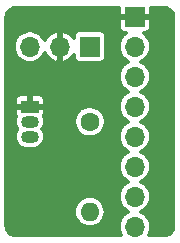
<source format=gbl>
%TF.GenerationSoftware,KiCad,Pcbnew,5.1.4*%
%TF.CreationDate,2019-09-29T12:18:45+02:00*%
%TF.ProjectId,m5stickc-dallas-hat-pcb,6d357374-6963-46b6-932d-64616c6c6173,rev?*%
%TF.SameCoordinates,PX8eeaea0PY695f190*%
%TF.FileFunction,Copper,L2,Bot*%
%TF.FilePolarity,Positive*%
%FSLAX46Y46*%
G04 Gerber Fmt 4.6, Leading zero omitted, Abs format (unit mm)*
G04 Created by KiCad (PCBNEW 5.1.4) date 2019-09-29 12:18:45*
%MOMM*%
%LPD*%
G04 APERTURE LIST*
%ADD10R,1.500000X1.050000*%
%ADD11O,1.500000X1.050000*%
%ADD12O,1.700000X1.700000*%
%ADD13R,1.700000X1.700000*%
%ADD14C,1.600000*%
%ADD15O,1.600000X1.600000*%
%ADD16C,0.350000*%
G04 APERTURE END LIST*
D10*
X2540000Y11430000D03*
D11*
X2540000Y8890000D03*
X2540000Y10160000D03*
D12*
X11430000Y1270000D03*
X11430000Y3810000D03*
X11430000Y6350000D03*
X11430000Y8890000D03*
X11430000Y11430000D03*
X11430000Y13970000D03*
X11430000Y16510000D03*
D13*
X11430000Y19050000D03*
D12*
X2540000Y16510000D03*
X5080000Y16510000D03*
D13*
X7620000Y16510000D03*
D14*
X7620000Y10160000D03*
D15*
X7620000Y2540000D03*
D16*
X2540000Y11430000D02*
X3810000Y11430000D01*
X3810000Y11430000D02*
X5080000Y12700000D01*
X5080000Y12700000D02*
X5080000Y16510000D01*
X5080000Y16510000D02*
X5080000Y17780000D01*
X5080000Y17780000D02*
X6350000Y19050000D01*
X6350000Y19050000D02*
X11430000Y19050000D01*
G36*
X10055000Y19256250D02*
G01*
X10186250Y19125000D01*
X11355000Y19125000D01*
X11355000Y19145000D01*
X11505000Y19145000D01*
X11505000Y19125000D01*
X12673750Y19125000D01*
X12805000Y19256250D01*
X12807027Y19770000D01*
X13943101Y19770000D01*
X14109337Y19753700D01*
X14243364Y19713235D01*
X14366984Y19647506D01*
X14475475Y19559022D01*
X14564721Y19451143D01*
X14631309Y19327990D01*
X14672711Y19194243D01*
X14690001Y19029739D01*
X14690000Y1296899D01*
X14673700Y1130663D01*
X14633235Y996636D01*
X14567506Y873018D01*
X14479021Y764524D01*
X14371143Y675279D01*
X14247990Y608691D01*
X14114243Y567289D01*
X13949749Y550000D01*
X12604248Y550000D01*
X12706481Y741264D01*
X12785105Y1000453D01*
X12811653Y1270000D01*
X12785105Y1539547D01*
X12706481Y1798736D01*
X12578802Y2037605D01*
X12406976Y2246976D01*
X12197605Y2418802D01*
X11970861Y2540000D01*
X12197605Y2661198D01*
X12406976Y2833024D01*
X12578802Y3042395D01*
X12706481Y3281264D01*
X12785105Y3540453D01*
X12811653Y3810000D01*
X12785105Y4079547D01*
X12706481Y4338736D01*
X12578802Y4577605D01*
X12406976Y4786976D01*
X12197605Y4958802D01*
X11970861Y5080000D01*
X12197605Y5201198D01*
X12406976Y5373024D01*
X12578802Y5582395D01*
X12706481Y5821264D01*
X12785105Y6080453D01*
X12811653Y6350000D01*
X12785105Y6619547D01*
X12706481Y6878736D01*
X12578802Y7117605D01*
X12406976Y7326976D01*
X12197605Y7498802D01*
X11970861Y7620000D01*
X12197605Y7741198D01*
X12406976Y7913024D01*
X12578802Y8122395D01*
X12706481Y8361264D01*
X12785105Y8620453D01*
X12811653Y8890000D01*
X12785105Y9159547D01*
X12706481Y9418736D01*
X12578802Y9657605D01*
X12406976Y9866976D01*
X12197605Y10038802D01*
X11970861Y10160000D01*
X12197605Y10281198D01*
X12406976Y10453024D01*
X12578802Y10662395D01*
X12706481Y10901264D01*
X12785105Y11160453D01*
X12811653Y11430000D01*
X12785105Y11699547D01*
X12706481Y11958736D01*
X12578802Y12197605D01*
X12406976Y12406976D01*
X12197605Y12578802D01*
X11970861Y12700000D01*
X12197605Y12821198D01*
X12406976Y12993024D01*
X12578802Y13202395D01*
X12706481Y13441264D01*
X12785105Y13700453D01*
X12811653Y13970000D01*
X12785105Y14239547D01*
X12706481Y14498736D01*
X12578802Y14737605D01*
X12406976Y14946976D01*
X12197605Y15118802D01*
X11970861Y15240000D01*
X12197605Y15361198D01*
X12406976Y15533024D01*
X12578802Y15742395D01*
X12706481Y15981264D01*
X12785105Y16240453D01*
X12811653Y16510000D01*
X12785105Y16779547D01*
X12706481Y17038736D01*
X12578802Y17277605D01*
X12406976Y17486976D01*
X12197605Y17658802D01*
X12171250Y17672889D01*
X12280000Y17672460D01*
X12382918Y17682597D01*
X12481881Y17712617D01*
X12573086Y17761367D01*
X12653027Y17826973D01*
X12718633Y17906914D01*
X12767383Y17998119D01*
X12797403Y18097082D01*
X12807540Y18200000D01*
X12805000Y18843750D01*
X12673750Y18975000D01*
X11505000Y18975000D01*
X11505000Y18955000D01*
X11355000Y18955000D01*
X11355000Y18975000D01*
X10186250Y18975000D01*
X10055000Y18843750D01*
X10052460Y18200000D01*
X10062597Y18097082D01*
X10092617Y17998119D01*
X10141367Y17906914D01*
X10206973Y17826973D01*
X10286914Y17761367D01*
X10378119Y17712617D01*
X10477082Y17682597D01*
X10580000Y17672460D01*
X10688750Y17672889D01*
X10662395Y17658802D01*
X10453024Y17486976D01*
X10281198Y17277605D01*
X10153519Y17038736D01*
X10074895Y16779547D01*
X10048347Y16510000D01*
X10074895Y16240453D01*
X10153519Y15981264D01*
X10281198Y15742395D01*
X10453024Y15533024D01*
X10662395Y15361198D01*
X10889139Y15240000D01*
X10662395Y15118802D01*
X10453024Y14946976D01*
X10281198Y14737605D01*
X10153519Y14498736D01*
X10074895Y14239547D01*
X10048347Y13970000D01*
X10074895Y13700453D01*
X10153519Y13441264D01*
X10281198Y13202395D01*
X10453024Y12993024D01*
X10662395Y12821198D01*
X10889139Y12700000D01*
X10662395Y12578802D01*
X10453024Y12406976D01*
X10281198Y12197605D01*
X10153519Y11958736D01*
X10074895Y11699547D01*
X10048347Y11430000D01*
X10074895Y11160453D01*
X10153519Y10901264D01*
X10281198Y10662395D01*
X10453024Y10453024D01*
X10662395Y10281198D01*
X10889139Y10160000D01*
X10662395Y10038802D01*
X10453024Y9866976D01*
X10281198Y9657605D01*
X10153519Y9418736D01*
X10074895Y9159547D01*
X10048347Y8890000D01*
X10074895Y8620453D01*
X10153519Y8361264D01*
X10281198Y8122395D01*
X10453024Y7913024D01*
X10662395Y7741198D01*
X10889139Y7620000D01*
X10662395Y7498802D01*
X10453024Y7326976D01*
X10281198Y7117605D01*
X10153519Y6878736D01*
X10074895Y6619547D01*
X10048347Y6350000D01*
X10074895Y6080453D01*
X10153519Y5821264D01*
X10281198Y5582395D01*
X10453024Y5373024D01*
X10662395Y5201198D01*
X10889139Y5080000D01*
X10662395Y4958802D01*
X10453024Y4786976D01*
X10281198Y4577605D01*
X10153519Y4338736D01*
X10074895Y4079547D01*
X10048347Y3810000D01*
X10074895Y3540453D01*
X10153519Y3281264D01*
X10281198Y3042395D01*
X10453024Y2833024D01*
X10662395Y2661198D01*
X10889139Y2540000D01*
X10662395Y2418802D01*
X10453024Y2246976D01*
X10281198Y2037605D01*
X10153519Y1798736D01*
X10074895Y1539547D01*
X10048347Y1270000D01*
X10074895Y1000453D01*
X10153519Y741264D01*
X10255752Y550000D01*
X1296899Y550000D01*
X1130663Y566300D01*
X996636Y606765D01*
X873018Y672494D01*
X764524Y760979D01*
X675279Y868857D01*
X608691Y992010D01*
X567289Y1125757D01*
X550000Y1290251D01*
X550000Y2540000D01*
X6288589Y2540000D01*
X6314172Y2280255D01*
X6389937Y2030491D01*
X6512972Y1800308D01*
X6678550Y1598550D01*
X6880308Y1432972D01*
X7110491Y1309937D01*
X7360255Y1234172D01*
X7554909Y1215000D01*
X7685091Y1215000D01*
X7879745Y1234172D01*
X8129509Y1309937D01*
X8359692Y1432972D01*
X8561450Y1598550D01*
X8727028Y1800308D01*
X8850063Y2030491D01*
X8925828Y2280255D01*
X8951411Y2540000D01*
X8925828Y2799745D01*
X8850063Y3049509D01*
X8727028Y3279692D01*
X8561450Y3481450D01*
X8359692Y3647028D01*
X8129509Y3770063D01*
X7879745Y3845828D01*
X7685091Y3865000D01*
X7554909Y3865000D01*
X7360255Y3845828D01*
X7110491Y3770063D01*
X6880308Y3647028D01*
X6678550Y3481450D01*
X6512972Y3279692D01*
X6389937Y3049509D01*
X6314172Y2799745D01*
X6288589Y2540000D01*
X550000Y2540000D01*
X550000Y10160000D01*
X1259920Y10160000D01*
X1280193Y9954164D01*
X1340233Y9756238D01*
X1437733Y9573829D01*
X1477806Y9525000D01*
X1437733Y9476171D01*
X1340233Y9293762D01*
X1280193Y9095836D01*
X1259920Y8890000D01*
X1280193Y8684164D01*
X1340233Y8486238D01*
X1437733Y8303829D01*
X1568946Y8143946D01*
X1728829Y8012733D01*
X1911238Y7915233D01*
X2109164Y7855193D01*
X2263422Y7840000D01*
X2816578Y7840000D01*
X2970836Y7855193D01*
X3168762Y7915233D01*
X3351171Y8012733D01*
X3511054Y8143946D01*
X3642267Y8303829D01*
X3739767Y8486238D01*
X3799807Y8684164D01*
X3820080Y8890000D01*
X3799807Y9095836D01*
X3739767Y9293762D01*
X3642267Y9476171D01*
X3602194Y9525000D01*
X3642267Y9573829D01*
X3739767Y9756238D01*
X3799807Y9954164D01*
X3820080Y10160000D01*
X3807227Y10290501D01*
X6295000Y10290501D01*
X6295000Y10029499D01*
X6345919Y9773512D01*
X6445800Y9532377D01*
X6590805Y9315362D01*
X6775362Y9130805D01*
X6992377Y8985800D01*
X7233512Y8885919D01*
X7489499Y8835000D01*
X7750501Y8835000D01*
X8006488Y8885919D01*
X8247623Y8985800D01*
X8464638Y9130805D01*
X8649195Y9315362D01*
X8794200Y9532377D01*
X8894081Y9773512D01*
X8945000Y10029499D01*
X8945000Y10290501D01*
X8894081Y10546488D01*
X8794200Y10787623D01*
X8649195Y11004638D01*
X8464638Y11189195D01*
X8247623Y11334200D01*
X8006488Y11434081D01*
X7750501Y11485000D01*
X7489499Y11485000D01*
X7233512Y11434081D01*
X6992377Y11334200D01*
X6775362Y11189195D01*
X6590805Y11004638D01*
X6445800Y10787623D01*
X6345919Y10546488D01*
X6295000Y10290501D01*
X3807227Y10290501D01*
X3799807Y10365836D01*
X3739767Y10563762D01*
X3719789Y10601138D01*
X3728633Y10611914D01*
X3777383Y10703119D01*
X3807403Y10802082D01*
X3817540Y10905000D01*
X3815000Y11223750D01*
X3683750Y11355000D01*
X2615000Y11355000D01*
X2615000Y11335000D01*
X2465000Y11335000D01*
X2465000Y11355000D01*
X1396250Y11355000D01*
X1265000Y11223750D01*
X1262460Y10905000D01*
X1272597Y10802082D01*
X1302617Y10703119D01*
X1351367Y10611914D01*
X1360211Y10601138D01*
X1340233Y10563762D01*
X1280193Y10365836D01*
X1259920Y10160000D01*
X550000Y10160000D01*
X550000Y11955000D01*
X1262460Y11955000D01*
X1265000Y11636250D01*
X1396250Y11505000D01*
X2465000Y11505000D01*
X2465000Y12348750D01*
X2615000Y12348750D01*
X2615000Y11505000D01*
X3683750Y11505000D01*
X3815000Y11636250D01*
X3817540Y11955000D01*
X3807403Y12057918D01*
X3777383Y12156881D01*
X3728633Y12248086D01*
X3663027Y12328027D01*
X3583086Y12393633D01*
X3491881Y12442383D01*
X3392918Y12472403D01*
X3290000Y12482540D01*
X2746250Y12480000D01*
X2615000Y12348750D01*
X2465000Y12348750D01*
X2333750Y12480000D01*
X1790000Y12482540D01*
X1687082Y12472403D01*
X1588119Y12442383D01*
X1496914Y12393633D01*
X1416973Y12328027D01*
X1351367Y12248086D01*
X1302617Y12156881D01*
X1272597Y12057918D01*
X1262460Y11955000D01*
X550000Y11955000D01*
X550000Y16510000D01*
X1158347Y16510000D01*
X1184895Y16240453D01*
X1263519Y15981264D01*
X1391198Y15742395D01*
X1563024Y15533024D01*
X1772395Y15361198D01*
X2011264Y15233519D01*
X2270453Y15154895D01*
X2472451Y15135000D01*
X2607549Y15135000D01*
X2809547Y15154895D01*
X3068736Y15233519D01*
X3307605Y15361198D01*
X3516976Y15533024D01*
X3688802Y15742395D01*
X3813975Y15976576D01*
X3817863Y15964432D01*
X3948550Y15728684D01*
X4122718Y15522962D01*
X4333673Y15355171D01*
X4573309Y15231760D01*
X4791146Y15165683D01*
X5005000Y15268513D01*
X5005000Y16435000D01*
X4985000Y16435000D01*
X4985000Y16585000D01*
X5005000Y16585000D01*
X5005000Y17751487D01*
X5155000Y17751487D01*
X5155000Y16585000D01*
X5175000Y16585000D01*
X5175000Y16435000D01*
X5155000Y16435000D01*
X5155000Y15268513D01*
X5368854Y15165683D01*
X5586691Y15231760D01*
X5826327Y15355171D01*
X6037282Y15522962D01*
X6211450Y15728684D01*
X6242460Y15784623D01*
X6242460Y15660000D01*
X6252597Y15557082D01*
X6282617Y15458119D01*
X6331367Y15366914D01*
X6396973Y15286973D01*
X6476914Y15221367D01*
X6568119Y15172617D01*
X6667082Y15142597D01*
X6770000Y15132460D01*
X8470000Y15132460D01*
X8572918Y15142597D01*
X8671881Y15172617D01*
X8763086Y15221367D01*
X8843027Y15286973D01*
X8908633Y15366914D01*
X8957383Y15458119D01*
X8987403Y15557082D01*
X8997540Y15660000D01*
X8997540Y17360000D01*
X8987403Y17462918D01*
X8957383Y17561881D01*
X8908633Y17653086D01*
X8843027Y17733027D01*
X8763086Y17798633D01*
X8671881Y17847383D01*
X8572918Y17877403D01*
X8470000Y17887540D01*
X6770000Y17887540D01*
X6667082Y17877403D01*
X6568119Y17847383D01*
X6476914Y17798633D01*
X6396973Y17733027D01*
X6331367Y17653086D01*
X6282617Y17561881D01*
X6252597Y17462918D01*
X6242460Y17360000D01*
X6242460Y17235377D01*
X6211450Y17291316D01*
X6037282Y17497038D01*
X5826327Y17664829D01*
X5586691Y17788240D01*
X5368854Y17854317D01*
X5155000Y17751487D01*
X5005000Y17751487D01*
X4791146Y17854317D01*
X4573309Y17788240D01*
X4333673Y17664829D01*
X4122718Y17497038D01*
X3948550Y17291316D01*
X3817863Y17055568D01*
X3813975Y17043424D01*
X3688802Y17277605D01*
X3516976Y17486976D01*
X3307605Y17658802D01*
X3068736Y17786481D01*
X2809547Y17865105D01*
X2607549Y17885000D01*
X2472451Y17885000D01*
X2270453Y17865105D01*
X2011264Y17786481D01*
X1772395Y17658802D01*
X1563024Y17486976D01*
X1391198Y17277605D01*
X1263519Y17038736D01*
X1184895Y16779547D01*
X1158347Y16510000D01*
X550000Y16510000D01*
X550000Y19023101D01*
X566300Y19189337D01*
X606765Y19323364D01*
X672494Y19446984D01*
X760978Y19555475D01*
X868857Y19644721D01*
X992010Y19711309D01*
X1125757Y19752711D01*
X1290252Y19770000D01*
X10052973Y19770000D01*
X10055000Y19256250D01*
X10055000Y19256250D01*
G37*
X10055000Y19256250D02*
X10186250Y19125000D01*
X11355000Y19125000D01*
X11355000Y19145000D01*
X11505000Y19145000D01*
X11505000Y19125000D01*
X12673750Y19125000D01*
X12805000Y19256250D01*
X12807027Y19770000D01*
X13943101Y19770000D01*
X14109337Y19753700D01*
X14243364Y19713235D01*
X14366984Y19647506D01*
X14475475Y19559022D01*
X14564721Y19451143D01*
X14631309Y19327990D01*
X14672711Y19194243D01*
X14690001Y19029739D01*
X14690000Y1296899D01*
X14673700Y1130663D01*
X14633235Y996636D01*
X14567506Y873018D01*
X14479021Y764524D01*
X14371143Y675279D01*
X14247990Y608691D01*
X14114243Y567289D01*
X13949749Y550000D01*
X12604248Y550000D01*
X12706481Y741264D01*
X12785105Y1000453D01*
X12811653Y1270000D01*
X12785105Y1539547D01*
X12706481Y1798736D01*
X12578802Y2037605D01*
X12406976Y2246976D01*
X12197605Y2418802D01*
X11970861Y2540000D01*
X12197605Y2661198D01*
X12406976Y2833024D01*
X12578802Y3042395D01*
X12706481Y3281264D01*
X12785105Y3540453D01*
X12811653Y3810000D01*
X12785105Y4079547D01*
X12706481Y4338736D01*
X12578802Y4577605D01*
X12406976Y4786976D01*
X12197605Y4958802D01*
X11970861Y5080000D01*
X12197605Y5201198D01*
X12406976Y5373024D01*
X12578802Y5582395D01*
X12706481Y5821264D01*
X12785105Y6080453D01*
X12811653Y6350000D01*
X12785105Y6619547D01*
X12706481Y6878736D01*
X12578802Y7117605D01*
X12406976Y7326976D01*
X12197605Y7498802D01*
X11970861Y7620000D01*
X12197605Y7741198D01*
X12406976Y7913024D01*
X12578802Y8122395D01*
X12706481Y8361264D01*
X12785105Y8620453D01*
X12811653Y8890000D01*
X12785105Y9159547D01*
X12706481Y9418736D01*
X12578802Y9657605D01*
X12406976Y9866976D01*
X12197605Y10038802D01*
X11970861Y10160000D01*
X12197605Y10281198D01*
X12406976Y10453024D01*
X12578802Y10662395D01*
X12706481Y10901264D01*
X12785105Y11160453D01*
X12811653Y11430000D01*
X12785105Y11699547D01*
X12706481Y11958736D01*
X12578802Y12197605D01*
X12406976Y12406976D01*
X12197605Y12578802D01*
X11970861Y12700000D01*
X12197605Y12821198D01*
X12406976Y12993024D01*
X12578802Y13202395D01*
X12706481Y13441264D01*
X12785105Y13700453D01*
X12811653Y13970000D01*
X12785105Y14239547D01*
X12706481Y14498736D01*
X12578802Y14737605D01*
X12406976Y14946976D01*
X12197605Y15118802D01*
X11970861Y15240000D01*
X12197605Y15361198D01*
X12406976Y15533024D01*
X12578802Y15742395D01*
X12706481Y15981264D01*
X12785105Y16240453D01*
X12811653Y16510000D01*
X12785105Y16779547D01*
X12706481Y17038736D01*
X12578802Y17277605D01*
X12406976Y17486976D01*
X12197605Y17658802D01*
X12171250Y17672889D01*
X12280000Y17672460D01*
X12382918Y17682597D01*
X12481881Y17712617D01*
X12573086Y17761367D01*
X12653027Y17826973D01*
X12718633Y17906914D01*
X12767383Y17998119D01*
X12797403Y18097082D01*
X12807540Y18200000D01*
X12805000Y18843750D01*
X12673750Y18975000D01*
X11505000Y18975000D01*
X11505000Y18955000D01*
X11355000Y18955000D01*
X11355000Y18975000D01*
X10186250Y18975000D01*
X10055000Y18843750D01*
X10052460Y18200000D01*
X10062597Y18097082D01*
X10092617Y17998119D01*
X10141367Y17906914D01*
X10206973Y17826973D01*
X10286914Y17761367D01*
X10378119Y17712617D01*
X10477082Y17682597D01*
X10580000Y17672460D01*
X10688750Y17672889D01*
X10662395Y17658802D01*
X10453024Y17486976D01*
X10281198Y17277605D01*
X10153519Y17038736D01*
X10074895Y16779547D01*
X10048347Y16510000D01*
X10074895Y16240453D01*
X10153519Y15981264D01*
X10281198Y15742395D01*
X10453024Y15533024D01*
X10662395Y15361198D01*
X10889139Y15240000D01*
X10662395Y15118802D01*
X10453024Y14946976D01*
X10281198Y14737605D01*
X10153519Y14498736D01*
X10074895Y14239547D01*
X10048347Y13970000D01*
X10074895Y13700453D01*
X10153519Y13441264D01*
X10281198Y13202395D01*
X10453024Y12993024D01*
X10662395Y12821198D01*
X10889139Y12700000D01*
X10662395Y12578802D01*
X10453024Y12406976D01*
X10281198Y12197605D01*
X10153519Y11958736D01*
X10074895Y11699547D01*
X10048347Y11430000D01*
X10074895Y11160453D01*
X10153519Y10901264D01*
X10281198Y10662395D01*
X10453024Y10453024D01*
X10662395Y10281198D01*
X10889139Y10160000D01*
X10662395Y10038802D01*
X10453024Y9866976D01*
X10281198Y9657605D01*
X10153519Y9418736D01*
X10074895Y9159547D01*
X10048347Y8890000D01*
X10074895Y8620453D01*
X10153519Y8361264D01*
X10281198Y8122395D01*
X10453024Y7913024D01*
X10662395Y7741198D01*
X10889139Y7620000D01*
X10662395Y7498802D01*
X10453024Y7326976D01*
X10281198Y7117605D01*
X10153519Y6878736D01*
X10074895Y6619547D01*
X10048347Y6350000D01*
X10074895Y6080453D01*
X10153519Y5821264D01*
X10281198Y5582395D01*
X10453024Y5373024D01*
X10662395Y5201198D01*
X10889139Y5080000D01*
X10662395Y4958802D01*
X10453024Y4786976D01*
X10281198Y4577605D01*
X10153519Y4338736D01*
X10074895Y4079547D01*
X10048347Y3810000D01*
X10074895Y3540453D01*
X10153519Y3281264D01*
X10281198Y3042395D01*
X10453024Y2833024D01*
X10662395Y2661198D01*
X10889139Y2540000D01*
X10662395Y2418802D01*
X10453024Y2246976D01*
X10281198Y2037605D01*
X10153519Y1798736D01*
X10074895Y1539547D01*
X10048347Y1270000D01*
X10074895Y1000453D01*
X10153519Y741264D01*
X10255752Y550000D01*
X1296899Y550000D01*
X1130663Y566300D01*
X996636Y606765D01*
X873018Y672494D01*
X764524Y760979D01*
X675279Y868857D01*
X608691Y992010D01*
X567289Y1125757D01*
X550000Y1290251D01*
X550000Y2540000D01*
X6288589Y2540000D01*
X6314172Y2280255D01*
X6389937Y2030491D01*
X6512972Y1800308D01*
X6678550Y1598550D01*
X6880308Y1432972D01*
X7110491Y1309937D01*
X7360255Y1234172D01*
X7554909Y1215000D01*
X7685091Y1215000D01*
X7879745Y1234172D01*
X8129509Y1309937D01*
X8359692Y1432972D01*
X8561450Y1598550D01*
X8727028Y1800308D01*
X8850063Y2030491D01*
X8925828Y2280255D01*
X8951411Y2540000D01*
X8925828Y2799745D01*
X8850063Y3049509D01*
X8727028Y3279692D01*
X8561450Y3481450D01*
X8359692Y3647028D01*
X8129509Y3770063D01*
X7879745Y3845828D01*
X7685091Y3865000D01*
X7554909Y3865000D01*
X7360255Y3845828D01*
X7110491Y3770063D01*
X6880308Y3647028D01*
X6678550Y3481450D01*
X6512972Y3279692D01*
X6389937Y3049509D01*
X6314172Y2799745D01*
X6288589Y2540000D01*
X550000Y2540000D01*
X550000Y10160000D01*
X1259920Y10160000D01*
X1280193Y9954164D01*
X1340233Y9756238D01*
X1437733Y9573829D01*
X1477806Y9525000D01*
X1437733Y9476171D01*
X1340233Y9293762D01*
X1280193Y9095836D01*
X1259920Y8890000D01*
X1280193Y8684164D01*
X1340233Y8486238D01*
X1437733Y8303829D01*
X1568946Y8143946D01*
X1728829Y8012733D01*
X1911238Y7915233D01*
X2109164Y7855193D01*
X2263422Y7840000D01*
X2816578Y7840000D01*
X2970836Y7855193D01*
X3168762Y7915233D01*
X3351171Y8012733D01*
X3511054Y8143946D01*
X3642267Y8303829D01*
X3739767Y8486238D01*
X3799807Y8684164D01*
X3820080Y8890000D01*
X3799807Y9095836D01*
X3739767Y9293762D01*
X3642267Y9476171D01*
X3602194Y9525000D01*
X3642267Y9573829D01*
X3739767Y9756238D01*
X3799807Y9954164D01*
X3820080Y10160000D01*
X3807227Y10290501D01*
X6295000Y10290501D01*
X6295000Y10029499D01*
X6345919Y9773512D01*
X6445800Y9532377D01*
X6590805Y9315362D01*
X6775362Y9130805D01*
X6992377Y8985800D01*
X7233512Y8885919D01*
X7489499Y8835000D01*
X7750501Y8835000D01*
X8006488Y8885919D01*
X8247623Y8985800D01*
X8464638Y9130805D01*
X8649195Y9315362D01*
X8794200Y9532377D01*
X8894081Y9773512D01*
X8945000Y10029499D01*
X8945000Y10290501D01*
X8894081Y10546488D01*
X8794200Y10787623D01*
X8649195Y11004638D01*
X8464638Y11189195D01*
X8247623Y11334200D01*
X8006488Y11434081D01*
X7750501Y11485000D01*
X7489499Y11485000D01*
X7233512Y11434081D01*
X6992377Y11334200D01*
X6775362Y11189195D01*
X6590805Y11004638D01*
X6445800Y10787623D01*
X6345919Y10546488D01*
X6295000Y10290501D01*
X3807227Y10290501D01*
X3799807Y10365836D01*
X3739767Y10563762D01*
X3719789Y10601138D01*
X3728633Y10611914D01*
X3777383Y10703119D01*
X3807403Y10802082D01*
X3817540Y10905000D01*
X3815000Y11223750D01*
X3683750Y11355000D01*
X2615000Y11355000D01*
X2615000Y11335000D01*
X2465000Y11335000D01*
X2465000Y11355000D01*
X1396250Y11355000D01*
X1265000Y11223750D01*
X1262460Y10905000D01*
X1272597Y10802082D01*
X1302617Y10703119D01*
X1351367Y10611914D01*
X1360211Y10601138D01*
X1340233Y10563762D01*
X1280193Y10365836D01*
X1259920Y10160000D01*
X550000Y10160000D01*
X550000Y11955000D01*
X1262460Y11955000D01*
X1265000Y11636250D01*
X1396250Y11505000D01*
X2465000Y11505000D01*
X2465000Y12348750D01*
X2615000Y12348750D01*
X2615000Y11505000D01*
X3683750Y11505000D01*
X3815000Y11636250D01*
X3817540Y11955000D01*
X3807403Y12057918D01*
X3777383Y12156881D01*
X3728633Y12248086D01*
X3663027Y12328027D01*
X3583086Y12393633D01*
X3491881Y12442383D01*
X3392918Y12472403D01*
X3290000Y12482540D01*
X2746250Y12480000D01*
X2615000Y12348750D01*
X2465000Y12348750D01*
X2333750Y12480000D01*
X1790000Y12482540D01*
X1687082Y12472403D01*
X1588119Y12442383D01*
X1496914Y12393633D01*
X1416973Y12328027D01*
X1351367Y12248086D01*
X1302617Y12156881D01*
X1272597Y12057918D01*
X1262460Y11955000D01*
X550000Y11955000D01*
X550000Y16510000D01*
X1158347Y16510000D01*
X1184895Y16240453D01*
X1263519Y15981264D01*
X1391198Y15742395D01*
X1563024Y15533024D01*
X1772395Y15361198D01*
X2011264Y15233519D01*
X2270453Y15154895D01*
X2472451Y15135000D01*
X2607549Y15135000D01*
X2809547Y15154895D01*
X3068736Y15233519D01*
X3307605Y15361198D01*
X3516976Y15533024D01*
X3688802Y15742395D01*
X3813975Y15976576D01*
X3817863Y15964432D01*
X3948550Y15728684D01*
X4122718Y15522962D01*
X4333673Y15355171D01*
X4573309Y15231760D01*
X4791146Y15165683D01*
X5005000Y15268513D01*
X5005000Y16435000D01*
X4985000Y16435000D01*
X4985000Y16585000D01*
X5005000Y16585000D01*
X5005000Y17751487D01*
X5155000Y17751487D01*
X5155000Y16585000D01*
X5175000Y16585000D01*
X5175000Y16435000D01*
X5155000Y16435000D01*
X5155000Y15268513D01*
X5368854Y15165683D01*
X5586691Y15231760D01*
X5826327Y15355171D01*
X6037282Y15522962D01*
X6211450Y15728684D01*
X6242460Y15784623D01*
X6242460Y15660000D01*
X6252597Y15557082D01*
X6282617Y15458119D01*
X6331367Y15366914D01*
X6396973Y15286973D01*
X6476914Y15221367D01*
X6568119Y15172617D01*
X6667082Y15142597D01*
X6770000Y15132460D01*
X8470000Y15132460D01*
X8572918Y15142597D01*
X8671881Y15172617D01*
X8763086Y15221367D01*
X8843027Y15286973D01*
X8908633Y15366914D01*
X8957383Y15458119D01*
X8987403Y15557082D01*
X8997540Y15660000D01*
X8997540Y17360000D01*
X8987403Y17462918D01*
X8957383Y17561881D01*
X8908633Y17653086D01*
X8843027Y17733027D01*
X8763086Y17798633D01*
X8671881Y17847383D01*
X8572918Y17877403D01*
X8470000Y17887540D01*
X6770000Y17887540D01*
X6667082Y17877403D01*
X6568119Y17847383D01*
X6476914Y17798633D01*
X6396973Y17733027D01*
X6331367Y17653086D01*
X6282617Y17561881D01*
X6252597Y17462918D01*
X6242460Y17360000D01*
X6242460Y17235377D01*
X6211450Y17291316D01*
X6037282Y17497038D01*
X5826327Y17664829D01*
X5586691Y17788240D01*
X5368854Y17854317D01*
X5155000Y17751487D01*
X5005000Y17751487D01*
X4791146Y17854317D01*
X4573309Y17788240D01*
X4333673Y17664829D01*
X4122718Y17497038D01*
X3948550Y17291316D01*
X3817863Y17055568D01*
X3813975Y17043424D01*
X3688802Y17277605D01*
X3516976Y17486976D01*
X3307605Y17658802D01*
X3068736Y17786481D01*
X2809547Y17865105D01*
X2607549Y17885000D01*
X2472451Y17885000D01*
X2270453Y17865105D01*
X2011264Y17786481D01*
X1772395Y17658802D01*
X1563024Y17486976D01*
X1391198Y17277605D01*
X1263519Y17038736D01*
X1184895Y16779547D01*
X1158347Y16510000D01*
X550000Y16510000D01*
X550000Y19023101D01*
X566300Y19189337D01*
X606765Y19323364D01*
X672494Y19446984D01*
X760978Y19555475D01*
X868857Y19644721D01*
X992010Y19711309D01*
X1125757Y19752711D01*
X1290252Y19770000D01*
X10052973Y19770000D01*
X10055000Y19256250D01*
M02*

</source>
